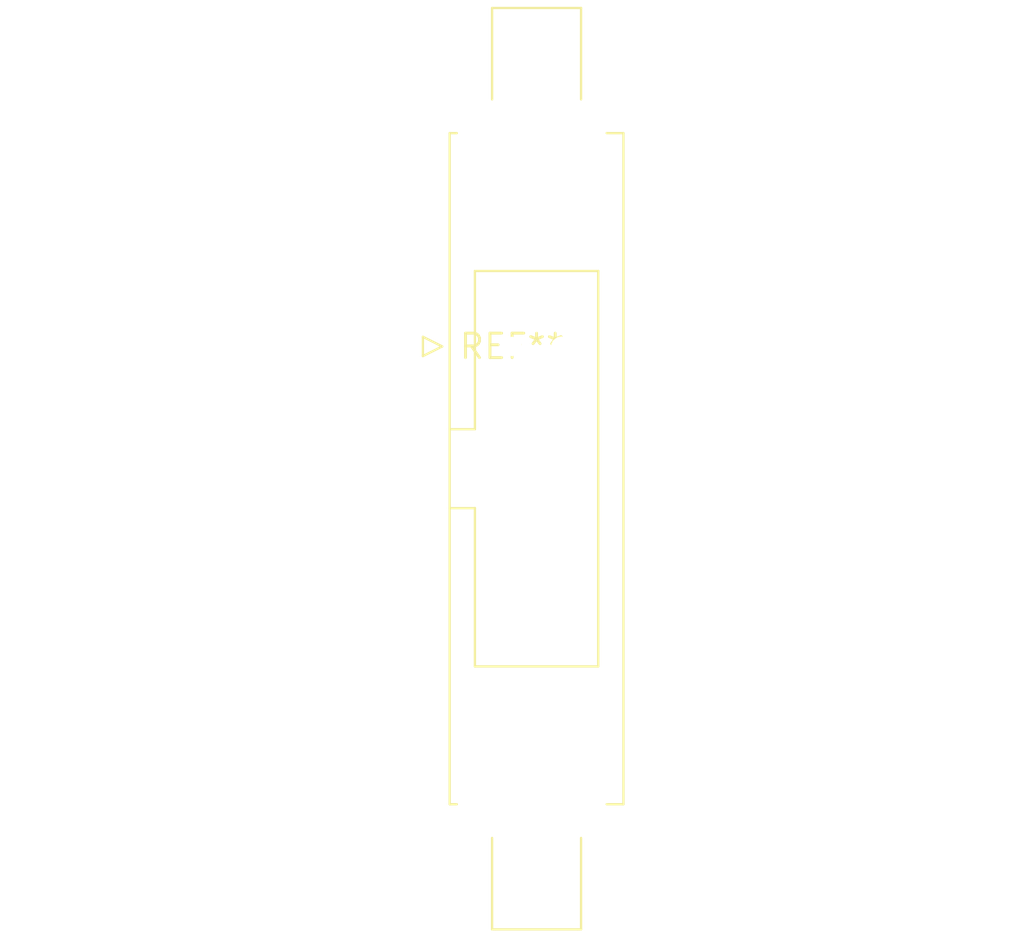
<source format=kicad_pcb>
(kicad_pcb (version 20240108) (generator pcbnew)
  (layers (0 "F.Cu" signal) (31 "B.Cu" signal) (34 "B.Paste" user) (35 "F.Paste" user) (36 "B.SilkS" user "B.Silkscreen") (37 "F.SilkS" user "F.Silkscreen") (38 "B.Mask" user) (39 "F.Mask" user) (44 "Edge.Cuts" user))
  (net 0 "")
  (footprint "IDC-Header_2x06-1MP_P2.54mm_Latch6.5mm_Vertical" (layer "F.Cu") (at 0 0)
    (property "Reference" "REF**")
    (property "Value" "IDC-Header_2x06-1MP_P2.54mm_Latch6.5mm_Vertical")
    (fp_line (start -4.63 -0.5) (end -4.63 0.5) (layer "F.SilkS") (stroke (width 0.12)))
    (fp_line (start -4.63 0.5) (end -3.63 0) (layer "F.SilkS") (stroke (width 0.12)))
    (fp_line (start -3.63 0) (end -4.63 -0.5) (layer "F.SilkS") (stroke (width 0.12)))
    (fp_line (start -3.24 -11.08) (end -3.24 23.78) (layer "F.SilkS") (stroke (width 0.12)))
    (fp_line (start -3.24 4.3) (end -1.93 4.3) (layer "F.SilkS") (stroke (width 0.12)))
    (fp_line (start -3.24 23.78) (end -2.87 23.78) (layer "F.SilkS") (stroke (width 0.12)))
    (fp_line (start -2.87 -11.08) (end -3.24 -11.08) (layer "F.SilkS") (stroke (width 0.12)))
    (fp_line (start -1.93 -3.92) (end 4.47 -3.92) (layer "F.SilkS") (stroke (width 0.12)))
    (fp_line (start -1.93 4.3) (end -1.93 -3.92) (layer "F.SilkS") (stroke (width 0.12)))
    (fp_line (start -1.93 8.4) (end -3.24 8.4) (layer "F.SilkS") (stroke (width 0.12)))
    (fp_line (start -1.93 8.4) (end -1.93 8.4) (layer "F.SilkS") (stroke (width 0.12)))
    (fp_line (start -1.93 16.62) (end -1.93 8.4) (layer "F.SilkS") (stroke (width 0.12)))
    (fp_line (start -1.04 -17.58) (end 3.58 -17.58) (layer "F.SilkS") (stroke (width 0.12)))
    (fp_line (start -1.04 -12.83) (end -1.04 -17.58) (layer "F.SilkS") (stroke (width 0.12)))
    (fp_line (start -1.04 25.53) (end -1.04 30.28) (layer "F.SilkS") (stroke (width 0.12)))
    (fp_line (start -1.04 30.28) (end 3.58 30.28) (layer "F.SilkS") (stroke (width 0.12)))
    (fp_line (start 3.58 -17.58) (end 3.58 -12.83) (layer "F.SilkS") (stroke (width 0.12)))
    (fp_line (start 3.58 30.28) (end 3.58 25.53) (layer "F.SilkS") (stroke (width 0.12)))
    (fp_line (start 4.47 -3.92) (end 4.47 16.62) (layer "F.SilkS") (stroke (width 0.12)))
    (fp_line (start 4.47 16.62) (end -1.93 16.62) (layer "F.SilkS") (stroke (width 0.12)))
    (fp_line (start 4.91 -11.08) (end 5.78 -11.08) (layer "F.SilkS") (stroke (width 0.12)))
    (fp_line (start 5.78 -11.08) (end 5.78 23.78) (layer "F.SilkS") (stroke (width 0.12)))
    (fp_line (start 5.78 23.78) (end 4.91 23.78) (layer "F.SilkS") (stroke (width 0.12)))
    (pad "1" thru_hole roundrect (at 0 0) (size 1.7 1.7) (drill 1) (layers *.Cu *.Mask) (remove_unused_layers) (roundrect_rratio 0.147059))
    (pad "2" thru_hole circle (at 2.54 0) (size 1.7 1.7) (drill 1) (layers *.Cu *.Mask) (remove_unused_layers))
    (pad "3" thru_hole circle (at 0 2.54) (size 1.7 1.7) (drill 1) (layers *.Cu *.Mask) (remove_unused_layers))
    (pad "4" thru_hole circle (at 2.54 2.54) (size 1.7 1.7) (drill 1) (layers *.Cu *.Mask) (remove_unused_layers))
    (pad "5" thru_hole circle (at 0 5.08) (size 1.7 1.7) (drill 1) (layers *.Cu *.Mask) (remove_unused_layers))
    (pad "6" thru_hole circle (at 2.54 5.08) (size 1.7 1.7) (drill 1) (layers *.Cu *.Mask) (remove_unused_layers))
    (pad "7" thru_hole circle (at 0 7.62) (size 1.7 1.7) (drill 1) (layers *.Cu *.Mask) (remove_unused_layers))
    (pad "8" thru_hole circle (at 2.54 7.62) (size 1.7 1.7) (drill 1) (layers *.Cu *.Mask) (remove_unused_layers))
    (pad "9" thru_hole circle (at 0 10.16) (size 1.7 1.7) (drill 1) (layers *.Cu *.Mask) (remove_unused_layers))
    (pad "10" thru_hole circle (at 2.54 10.16) (size 1.7 1.7) (drill 1) (layers *.Cu *.Mask) (remove_unused_layers))
    (pad "11" thru_hole circle (at 0 12.7) (size 1.7 1.7) (drill 1) (layers *.Cu *.Mask) (remove_unused_layers))
    (pad "12" thru_hole circle (at 2.54 12.7) (size 1.7 1.7) (drill 1) (layers *.Cu *.Mask) (remove_unused_layers))
    (pad "MP" thru_hole circle (at 1.02 -8.94) (size 8 8) (drill 2.69) (layers *.Cu *.Mask) (remove_unused_layers))
    (pad "MP" thru_hole circle (at 1.02 21.64) (size 8 8) (drill 2.69) (layers *.Cu *.Mask) (remove_unused_layers))
  )
)
</source>
